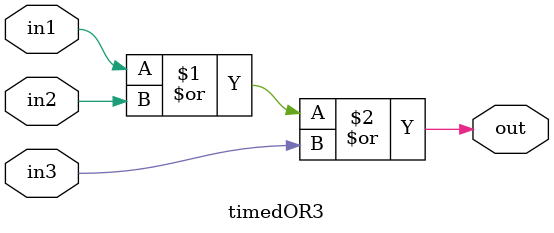
<source format=v>
`timescale 1ns / 1ps

`define	D		0	// definition of the delay


module timedOR3(out, in1, in2, in3);

input in1, in2, in3;
output out;

or		#`D		or1 (out, in1, in2, in3);


endmodule
</source>
